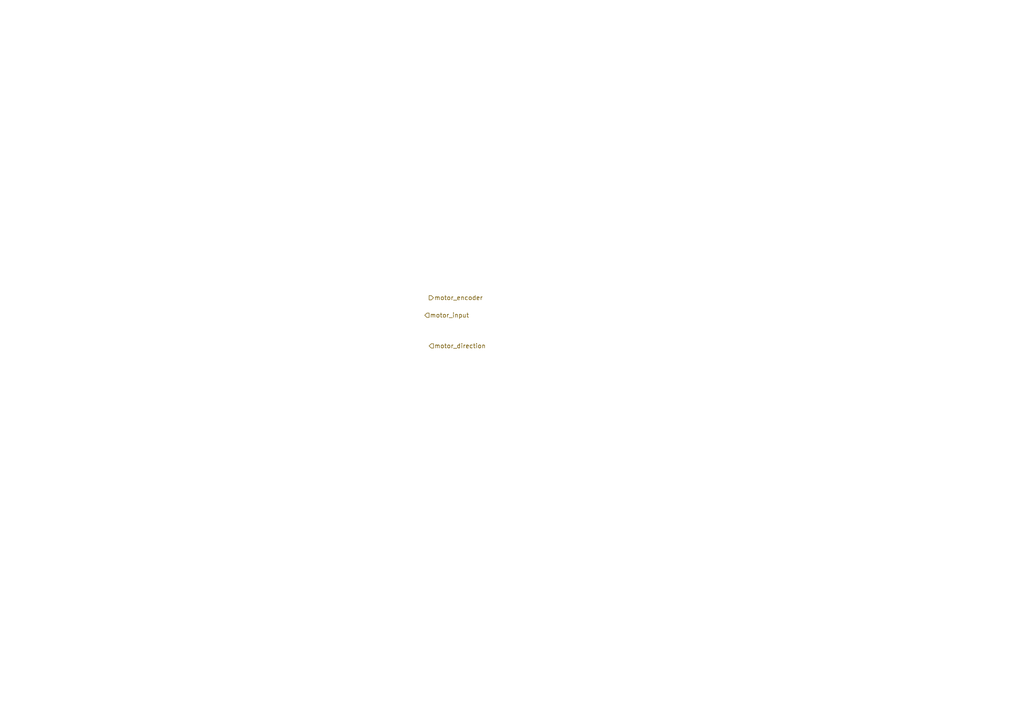
<source format=kicad_sch>
(kicad_sch
	(version 20231120)
	(generator "eeschema")
	(generator_version "8.0")
	(uuid "1bdcdbb5-37db-48ea-ae25-662314ea9d80")
	(paper "A4")
	(lib_symbols)
	(hierarchical_label "motor_direction"
		(shape input)
		(at 124.46 100.33 0)
		(effects
			(font
				(size 1.27 1.27)
			)
			(justify left)
		)
		(uuid "4e3e888a-078a-49fd-afb1-6ac4fa17ef99")
	)
	(hierarchical_label "motor_encoder"
		(shape output)
		(at 124.46 86.36 0)
		(effects
			(font
				(size 1.27 1.27)
			)
			(justify left)
		)
		(uuid "7c50f38c-78ab-41f0-84f8-969bd688fb08")
	)
	(hierarchical_label "motor_input"
		(shape input)
		(at 123.19 91.44 0)
		(effects
			(font
				(size 1.27 1.27)
			)
			(justify left)
		)
		(uuid "99139343-137e-46b8-b41c-cdb8e2335072")
	)
)

</source>
